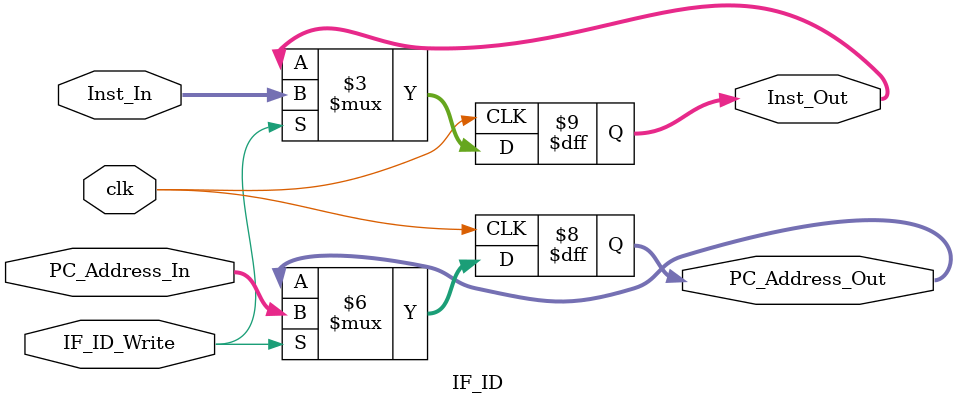
<source format=v>
`timescale 1ns / 1ps

module IF_ID(input clk, input IF_ID_Write, input wire [63:0] PC_Address_In, input wire [31:0] Inst_In,
output reg [63:0] PC_Address_Out, output reg [31:0] Inst_Out);

always @(posedge clk)
begin
    if (IF_ID_Write)
    begin
        PC_Address_Out = PC_Address_In;
        Inst_Out = Inst_In;
    end
end

endmodule

</source>
